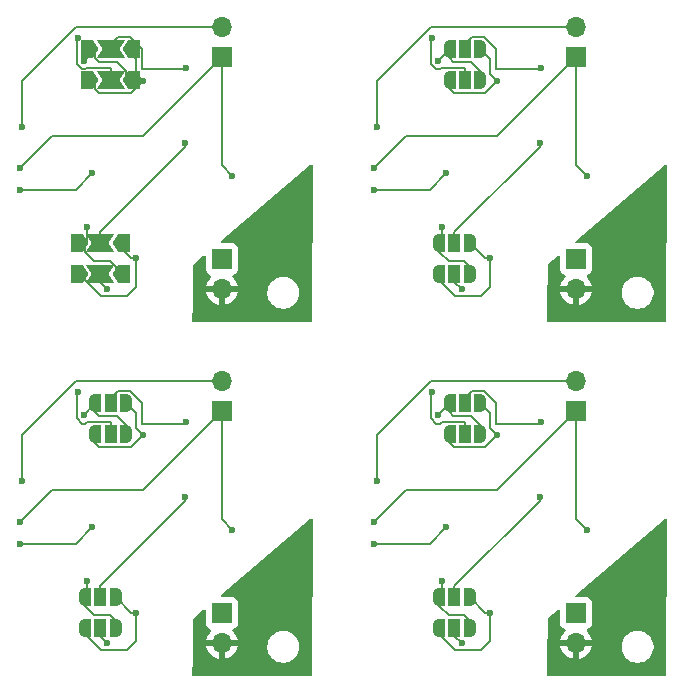
<source format=gbl>
G04 #@! TF.GenerationSoftware,KiCad,Pcbnew,8.0.1*
G04 #@! TF.CreationDate,2024-03-24T21:19:35-05:00*
G04 #@! TF.ProjectId,minimidi_v1,6d696e69-6d69-4646-995f-76312e6b6963,rev?*
G04 #@! TF.SameCoordinates,Original*
G04 #@! TF.FileFunction,Copper,L2,Bot*
G04 #@! TF.FilePolarity,Positive*
%FSLAX46Y46*%
G04 Gerber Fmt 4.6, Leading zero omitted, Abs format (unit mm)*
G04 Created by KiCad (PCBNEW 8.0.1) date 2024-03-24 21:19:35*
%MOMM*%
%LPD*%
G01*
G04 APERTURE LIST*
G04 Aperture macros list*
%AMFreePoly0*
4,1,6,1.000000,0.000000,0.500000,-0.750000,-0.500000,-0.750000,-0.500000,0.750000,0.500000,0.750000,1.000000,0.000000,1.000000,0.000000,$1*%
%AMFreePoly1*
4,1,7,0.700000,0.000000,1.200000,-0.750000,-1.200000,-0.750000,-0.700000,0.000000,-1.200000,0.750000,1.200000,0.750000,0.700000,0.000000,0.700000,0.000000,$1*%
%AMFreePoly2*
4,1,19,0.550000,-0.750000,0.000000,-0.750000,0.000000,-0.744911,-0.071157,-0.744911,-0.207708,-0.704816,-0.327430,-0.627875,-0.420627,-0.520320,-0.479746,-0.390866,-0.500000,-0.250000,-0.500000,0.250000,-0.479746,0.390866,-0.420627,0.520320,-0.327430,0.627875,-0.207708,0.704816,-0.071157,0.744911,0.000000,0.744911,0.000000,0.750000,0.550000,0.750000,0.550000,-0.750000,0.550000,-0.750000,
$1*%
%AMFreePoly3*
4,1,19,0.000000,0.744911,0.071157,0.744911,0.207708,0.704816,0.327430,0.627875,0.420627,0.520320,0.479746,0.390866,0.500000,0.250000,0.500000,-0.250000,0.479746,-0.390866,0.420627,-0.520320,0.327430,-0.627875,0.207708,-0.704816,0.071157,-0.744911,0.000000,-0.744911,0.000000,-0.750000,-0.550000,-0.750000,-0.550000,0.750000,0.000000,0.750000,0.000000,0.744911,0.000000,0.744911,
$1*%
G04 Aperture macros list end*
G04 #@! TA.AperFunction,SMDPad,CuDef*
%ADD10FreePoly0,180.000000*%
G04 #@! TD*
G04 #@! TA.AperFunction,SMDPad,CuDef*
%ADD11FreePoly1,180.000000*%
G04 #@! TD*
G04 #@! TA.AperFunction,SMDPad,CuDef*
%ADD12FreePoly0,0.000000*%
G04 #@! TD*
G04 #@! TA.AperFunction,SMDPad,CuDef*
%ADD13FreePoly2,180.000000*%
G04 #@! TD*
G04 #@! TA.AperFunction,SMDPad,CuDef*
%ADD14R,1.000000X1.500000*%
G04 #@! TD*
G04 #@! TA.AperFunction,SMDPad,CuDef*
%ADD15FreePoly3,180.000000*%
G04 #@! TD*
G04 #@! TA.AperFunction,ComponentPad*
%ADD16R,1.700000X1.700000*%
G04 #@! TD*
G04 #@! TA.AperFunction,ComponentPad*
%ADD17O,1.700000X1.700000*%
G04 #@! TD*
G04 #@! TA.AperFunction,ViaPad*
%ADD18C,0.600000*%
G04 #@! TD*
G04 #@! TA.AperFunction,Conductor*
%ADD19C,0.200000*%
G04 #@! TD*
G04 APERTURE END LIST*
D10*
X132900000Y-84900000D03*
D11*
X130900000Y-84900000D03*
D12*
X128900000Y-84900000D03*
D10*
X132900000Y-87500000D03*
D11*
X130900000Y-87500000D03*
D12*
X128900000Y-87500000D03*
D10*
X132000000Y-101300000D03*
D11*
X130000000Y-101300000D03*
D12*
X128000000Y-101300000D03*
D10*
X132000000Y-103900000D03*
D11*
X130000000Y-103900000D03*
D12*
X128000000Y-103900000D03*
D13*
X132200000Y-117475000D03*
D14*
X130900000Y-117475000D03*
D15*
X129600000Y-117475000D03*
D13*
X162200000Y-117475000D03*
D14*
X160900000Y-117475000D03*
D15*
X159600000Y-117475000D03*
D13*
X132200000Y-114875000D03*
D14*
X130900000Y-114875000D03*
D15*
X129600000Y-114875000D03*
D16*
X140300000Y-132635000D03*
D17*
X140300000Y-135175000D03*
D13*
X131300000Y-133875000D03*
D14*
X130000000Y-133875000D03*
D15*
X128700000Y-133875000D03*
D13*
X161300000Y-133875000D03*
D14*
X160000000Y-133875000D03*
D15*
X158700000Y-133875000D03*
D16*
X170300000Y-115475000D03*
D17*
X170300000Y-112935000D03*
D13*
X161300000Y-131275000D03*
D14*
X160000000Y-131275000D03*
D15*
X158700000Y-131275000D03*
D16*
X170300000Y-132635000D03*
D17*
X170300000Y-135175000D03*
D13*
X162200000Y-114875000D03*
D14*
X160900000Y-114875000D03*
D15*
X159600000Y-114875000D03*
D13*
X131300000Y-131275000D03*
D14*
X130000000Y-131275000D03*
D15*
X128700000Y-131275000D03*
D16*
X140300000Y-115475000D03*
D17*
X140300000Y-112935000D03*
D13*
X162200000Y-87500000D03*
D14*
X160900000Y-87500000D03*
D15*
X159600000Y-87500000D03*
D13*
X162200000Y-84900000D03*
D14*
X160900000Y-84900000D03*
D15*
X159600000Y-84900000D03*
D16*
X170300000Y-102660000D03*
D17*
X170300000Y-105200000D03*
D13*
X161300000Y-103900000D03*
D14*
X160000000Y-103900000D03*
D15*
X158700000Y-103900000D03*
D13*
X161300000Y-101300000D03*
D14*
X160000000Y-101300000D03*
D15*
X158700000Y-101300000D03*
D16*
X170300000Y-85500000D03*
D17*
X170300000Y-82960000D03*
D16*
X140300000Y-85500000D03*
D17*
X140300000Y-82960000D03*
D16*
X140300000Y-102660000D03*
D17*
X140300000Y-105200000D03*
D18*
X130600000Y-135175000D03*
X129300000Y-125375000D03*
X141200000Y-125575000D03*
X137200000Y-122775000D03*
X153200000Y-126750000D03*
X153200000Y-124875000D03*
X167200000Y-122775000D03*
X158600000Y-115875000D03*
X137300000Y-116475000D03*
X133000000Y-132575000D03*
X158900000Y-129875000D03*
X159300000Y-125375000D03*
X133600000Y-117575000D03*
X123200000Y-124875000D03*
X160600000Y-135175000D03*
X158100000Y-113875000D03*
X167300000Y-116475000D03*
X163000000Y-132575000D03*
X163600000Y-117575000D03*
X123400000Y-121475000D03*
X123200000Y-126750000D03*
X128100000Y-113875000D03*
X171200000Y-125575000D03*
X128900000Y-129875000D03*
X153400000Y-121475000D03*
X128600000Y-115875000D03*
X160600000Y-105200000D03*
X159300000Y-95400000D03*
X171200000Y-95600000D03*
X167200000Y-92800000D03*
X167300000Y-86500000D03*
X163000000Y-102600000D03*
X163600000Y-87600000D03*
X153200000Y-94900000D03*
X153400000Y-91500000D03*
X153200000Y-96775000D03*
X158100000Y-83900000D03*
X158900000Y-99900000D03*
X158600000Y-85900000D03*
X141200000Y-95600000D03*
X123200000Y-94900000D03*
X137200000Y-92800000D03*
X128900000Y-99900000D03*
X128100000Y-83900000D03*
X137300000Y-86500000D03*
X128600000Y-85900000D03*
X133600000Y-87600000D03*
X129300000Y-95400000D03*
X123200000Y-96775000D03*
X130600000Y-105200000D03*
X133000000Y-102600000D03*
X123400000Y-91500000D03*
D19*
X140300000Y-124675000D02*
X140300000Y-115475000D01*
X141200000Y-125575000D02*
X140300000Y-124675000D01*
X161405000Y-115925000D02*
X159895000Y-115925000D01*
X158700000Y-132030000D02*
X159495000Y-132825000D01*
X137200000Y-116575000D02*
X137300000Y-116475000D01*
X159600000Y-115630000D02*
X159600000Y-114875000D01*
X137200000Y-123125000D02*
X137200000Y-122775000D01*
X162200000Y-116720000D02*
X161405000Y-115925000D01*
X133000000Y-116975000D02*
X133000000Y-115675000D01*
X130795000Y-116420000D02*
X128903529Y-116420000D01*
X130900000Y-114875000D02*
X130900000Y-114443664D01*
X130900000Y-116525000D02*
X130795000Y-116420000D01*
X130050000Y-135775000D02*
X132248529Y-135775000D01*
X159495000Y-132825000D02*
X160800000Y-132825000D01*
X163600000Y-117575000D02*
X163000000Y-116975000D01*
X159600000Y-118230000D02*
X159930521Y-118560521D01*
X158700000Y-134425000D02*
X160050000Y-135775000D01*
X158903529Y-116420000D02*
X158748529Y-116575000D01*
X133000000Y-135023529D02*
X133000000Y-132575000D01*
X133550000Y-116575000D02*
X137200000Y-116575000D01*
X161300000Y-133325000D02*
X161300000Y-133875000D01*
X129600000Y-118230000D02*
X129930521Y-118560521D01*
X129600000Y-117475000D02*
X129600000Y-118230000D01*
X130900000Y-114443664D02*
X131523664Y-113820000D01*
X163600000Y-122175000D02*
X170300000Y-115475000D01*
X160000000Y-134575000D02*
X160000000Y-133875000D01*
X131523664Y-113820000D02*
X132538877Y-113820000D01*
X160900000Y-117475000D02*
X160900000Y-116525000D01*
X130600000Y-135175000D02*
X130000000Y-134575000D01*
X160600000Y-135175000D02*
X160000000Y-134575000D01*
X158600000Y-115875000D02*
X159600000Y-114875000D01*
X123200000Y-126750000D02*
X127925000Y-126750000D01*
X160795000Y-116420000D02*
X158903529Y-116420000D01*
X158700000Y-133875000D02*
X158700000Y-134425000D01*
X157991471Y-112935000D02*
X170300000Y-112935000D01*
X125900000Y-122175000D02*
X133600000Y-122175000D01*
X133600000Y-122175000D02*
X140300000Y-115475000D01*
X132200000Y-116720000D02*
X131405000Y-115925000D01*
X129895000Y-115925000D02*
X129600000Y-115630000D01*
X131405000Y-115925000D02*
X129895000Y-115925000D01*
X132200000Y-117475000D02*
X132200000Y-116720000D01*
X128700000Y-131275000D02*
X128700000Y-132030000D01*
X163000000Y-116975000D02*
X163000000Y-115675000D01*
X163000000Y-135023529D02*
X163000000Y-132575000D01*
X162538877Y-113820000D02*
X163550000Y-114831123D01*
X123200000Y-124875000D02*
X125900000Y-122175000D01*
X157925000Y-126750000D02*
X159300000Y-125375000D01*
X160000000Y-130325000D02*
X167200000Y-123125000D01*
X153200000Y-124875000D02*
X155900000Y-122175000D01*
X132614479Y-118560521D02*
X133600000Y-117575000D01*
X129930521Y-118560521D02*
X132614479Y-118560521D01*
X160900000Y-116525000D02*
X160795000Y-116420000D01*
X161523664Y-113820000D02*
X162538877Y-113820000D01*
X163000000Y-115675000D02*
X162200000Y-114875000D01*
X153400000Y-117526471D02*
X157991471Y-112935000D01*
X162200000Y-117475000D02*
X162200000Y-116720000D01*
X159600000Y-117475000D02*
X159600000Y-118230000D01*
X160050000Y-135775000D02*
X162248529Y-135775000D01*
X158700000Y-131275000D02*
X158700000Y-132030000D01*
X128600000Y-115875000D02*
X129600000Y-114875000D01*
X163550000Y-114831123D02*
X163550000Y-116575000D01*
X163550000Y-116575000D02*
X167200000Y-116575000D01*
X158451471Y-116575000D02*
X158000000Y-116123529D01*
X128700000Y-134425000D02*
X130050000Y-135775000D01*
X158748529Y-116575000D02*
X158451471Y-116575000D01*
X155900000Y-122175000D02*
X163600000Y-122175000D01*
X128903529Y-116420000D02*
X128748529Y-116575000D01*
X130000000Y-131275000D02*
X130000000Y-130325000D01*
X130000000Y-130325000D02*
X137200000Y-123125000D01*
X130000000Y-134575000D02*
X130000000Y-133875000D01*
X159895000Y-115925000D02*
X159600000Y-115630000D01*
X160000000Y-131275000D02*
X160000000Y-130325000D01*
X162248529Y-135775000D02*
X163000000Y-135023529D01*
X123400000Y-117526471D02*
X127991471Y-112935000D01*
X160900000Y-114443664D02*
X161523664Y-113820000D01*
X170300000Y-124675000D02*
X170300000Y-115475000D01*
X167200000Y-123125000D02*
X167200000Y-122775000D01*
X133550000Y-114831123D02*
X133550000Y-116575000D01*
X132248529Y-135775000D02*
X133000000Y-135023529D01*
X162614479Y-118560521D02*
X163600000Y-117575000D01*
X161300000Y-131275000D02*
X162600000Y-132575000D01*
X129600000Y-115630000D02*
X129600000Y-114875000D01*
X133000000Y-115675000D02*
X132200000Y-114875000D01*
X133600000Y-117575000D02*
X133000000Y-116975000D01*
X132538877Y-113820000D02*
X133550000Y-114831123D01*
X158900000Y-131075000D02*
X158700000Y-131275000D01*
X128900000Y-131075000D02*
X128700000Y-131275000D01*
X153400000Y-121475000D02*
X153400000Y-117526471D01*
X127991471Y-112935000D02*
X140300000Y-112935000D01*
X128900000Y-129875000D02*
X128900000Y-131075000D01*
X130900000Y-117475000D02*
X130900000Y-116525000D01*
X128000000Y-116123529D02*
X128000000Y-113975000D01*
X128451471Y-116575000D02*
X128000000Y-116123529D01*
X132600000Y-132575000D02*
X133000000Y-132575000D01*
X131300000Y-131275000D02*
X132600000Y-132575000D01*
X128000000Y-113975000D02*
X128100000Y-113875000D01*
X128748529Y-116575000D02*
X128451471Y-116575000D01*
X160800000Y-132825000D02*
X161300000Y-133325000D01*
X158000000Y-113975000D02*
X158100000Y-113875000D01*
X159930521Y-118560521D02*
X162614479Y-118560521D01*
X160900000Y-114875000D02*
X160900000Y-114443664D01*
X130800000Y-132825000D02*
X131300000Y-133325000D01*
X131300000Y-133325000D02*
X131300000Y-133875000D01*
X167200000Y-116575000D02*
X167300000Y-116475000D01*
X158900000Y-129875000D02*
X158900000Y-131075000D01*
X158000000Y-116123529D02*
X158000000Y-113975000D01*
X128700000Y-133875000D02*
X128700000Y-134425000D01*
X171200000Y-125575000D02*
X170300000Y-124675000D01*
X123400000Y-121475000D02*
X123400000Y-117526471D01*
X127925000Y-126750000D02*
X129300000Y-125375000D01*
X162600000Y-132575000D02*
X163000000Y-132575000D01*
X129495000Y-132825000D02*
X130800000Y-132825000D01*
X128700000Y-132030000D02*
X129495000Y-132825000D01*
X153200000Y-126750000D02*
X157925000Y-126750000D01*
X170300000Y-94700000D02*
X170300000Y-85500000D01*
X171200000Y-95600000D02*
X170300000Y-94700000D01*
X167200000Y-86600000D02*
X167300000Y-86500000D01*
X167200000Y-93150000D02*
X167200000Y-92800000D01*
X163000000Y-87000000D02*
X163000000Y-85700000D01*
X160795000Y-86445000D02*
X158903529Y-86445000D01*
X160900000Y-84900000D02*
X160900000Y-84468664D01*
X160900000Y-86550000D02*
X160795000Y-86445000D01*
X160050000Y-105800000D02*
X162248529Y-105800000D01*
X163000000Y-105048529D02*
X163000000Y-102600000D01*
X163550000Y-86600000D02*
X167200000Y-86600000D01*
X159600000Y-88255000D02*
X159930521Y-88585521D01*
X159600000Y-87500000D02*
X159600000Y-88255000D01*
X160900000Y-84468664D02*
X161523664Y-83845000D01*
X161523664Y-83845000D02*
X162538877Y-83845000D01*
X160600000Y-105200000D02*
X160000000Y-104600000D01*
X153200000Y-96775000D02*
X157925000Y-96775000D01*
X155900000Y-92200000D02*
X163600000Y-92200000D01*
X163600000Y-92200000D02*
X170300000Y-85500000D01*
X162200000Y-86745000D02*
X161405000Y-85950000D01*
X159895000Y-85950000D02*
X159600000Y-85655000D01*
X161405000Y-85950000D02*
X159895000Y-85950000D01*
X162200000Y-87500000D02*
X162200000Y-86745000D01*
X158700000Y-101300000D02*
X158700000Y-102055000D01*
X153200000Y-94900000D02*
X155900000Y-92200000D01*
X162614479Y-88585521D02*
X163600000Y-87600000D01*
X159930521Y-88585521D02*
X162614479Y-88585521D01*
X158600000Y-85900000D02*
X159600000Y-84900000D01*
X158700000Y-104450000D02*
X160050000Y-105800000D01*
X158903529Y-86445000D02*
X158748529Y-86600000D01*
X160000000Y-101300000D02*
X160000000Y-100350000D01*
X160000000Y-100350000D02*
X167200000Y-93150000D01*
X160000000Y-104600000D02*
X160000000Y-103900000D01*
X153400000Y-87551471D02*
X157991471Y-82960000D01*
X163550000Y-84856123D02*
X163550000Y-86600000D01*
X162248529Y-105800000D02*
X163000000Y-105048529D01*
X159600000Y-85655000D02*
X159600000Y-84900000D01*
X163000000Y-85700000D02*
X162200000Y-84900000D01*
X163600000Y-87600000D02*
X163000000Y-87000000D01*
X162538877Y-83845000D02*
X163550000Y-84856123D01*
X158900000Y-101100000D02*
X158700000Y-101300000D01*
X157991471Y-82960000D02*
X170300000Y-82960000D01*
X158900000Y-99900000D02*
X158900000Y-101100000D01*
X160900000Y-87500000D02*
X160900000Y-86550000D01*
X158000000Y-86148529D02*
X158000000Y-84000000D01*
X158451471Y-86600000D02*
X158000000Y-86148529D01*
X162600000Y-102600000D02*
X163000000Y-102600000D01*
X161300000Y-101300000D02*
X162600000Y-102600000D01*
X158000000Y-84000000D02*
X158100000Y-83900000D01*
X158748529Y-86600000D02*
X158451471Y-86600000D01*
X160800000Y-102850000D02*
X161300000Y-103350000D01*
X161300000Y-103350000D02*
X161300000Y-103900000D01*
X158700000Y-103900000D02*
X158700000Y-104450000D01*
X153400000Y-91500000D02*
X153400000Y-87551471D01*
X157925000Y-96775000D02*
X159300000Y-95400000D01*
X159495000Y-102850000D02*
X160800000Y-102850000D01*
X158700000Y-102055000D02*
X159495000Y-102850000D01*
X141200000Y-95600000D02*
X140300000Y-94700000D01*
X140300000Y-94700000D02*
X140300000Y-85500000D01*
X123200000Y-94900000D02*
X125900000Y-92200000D01*
X125900000Y-92200000D02*
X133600000Y-92200000D01*
X133600000Y-92200000D02*
X140300000Y-85500000D01*
X137200000Y-93150000D02*
X137200000Y-92800000D01*
X130000000Y-100350000D02*
X137200000Y-93150000D01*
X130000000Y-101300000D02*
X130000000Y-100350000D01*
X123200000Y-96775000D02*
X127925000Y-96775000D01*
X127925000Y-96775000D02*
X129300000Y-95400000D01*
X130900000Y-84900000D02*
X130900000Y-84468664D01*
X137200000Y-86600000D02*
X137300000Y-86500000D01*
X130900000Y-84468664D02*
X131523664Y-83845000D01*
X131523664Y-83845000D02*
X132538877Y-83845000D01*
X132538877Y-83845000D02*
X133550000Y-84856123D01*
X133550000Y-84856123D02*
X133550000Y-86600000D01*
X133550000Y-86600000D02*
X137200000Y-86600000D01*
X128900000Y-99900000D02*
X128900000Y-101100000D01*
X128900000Y-101100000D02*
X128700000Y-101300000D01*
X129600000Y-87500000D02*
X129600000Y-88255000D01*
X129600000Y-88255000D02*
X129930521Y-88585521D01*
X129930521Y-88585521D02*
X132614479Y-88585521D01*
X132614479Y-88585521D02*
X133600000Y-87600000D01*
X128000000Y-84000000D02*
X128100000Y-83900000D01*
X128748529Y-86600000D02*
X128451471Y-86600000D01*
X128903529Y-86445000D02*
X128748529Y-86600000D01*
X130795000Y-86445000D02*
X128903529Y-86445000D01*
X128451471Y-86600000D02*
X128000000Y-86148529D01*
X130900000Y-86550000D02*
X130795000Y-86445000D01*
X128000000Y-86148529D02*
X128000000Y-84000000D01*
X130900000Y-87500000D02*
X130900000Y-86550000D01*
X132200000Y-87500000D02*
X132200000Y-86745000D01*
X131405000Y-85950000D02*
X129895000Y-85950000D01*
X132200000Y-86745000D02*
X131405000Y-85950000D01*
X129895000Y-85950000D02*
X129600000Y-85655000D01*
X129600000Y-85655000D02*
X129600000Y-84900000D01*
X128600000Y-85900000D02*
X129600000Y-84900000D01*
X133000000Y-87000000D02*
X133000000Y-85700000D01*
X133600000Y-87600000D02*
X133000000Y-87000000D01*
X133000000Y-85700000D02*
X132200000Y-84900000D01*
X130000000Y-104600000D02*
X130000000Y-103900000D01*
X130600000Y-105200000D02*
X130000000Y-104600000D01*
X131300000Y-101300000D02*
X132600000Y-102600000D01*
X132600000Y-102600000D02*
X133000000Y-102600000D01*
X128700000Y-101300000D02*
X128700000Y-102055000D01*
X128700000Y-102055000D02*
X129495000Y-102850000D01*
X129495000Y-102850000D02*
X130800000Y-102850000D01*
X131300000Y-103350000D02*
X131300000Y-103900000D01*
X130800000Y-102850000D02*
X131300000Y-103350000D01*
X133000000Y-105048529D02*
X133000000Y-102600000D01*
X132248529Y-105800000D02*
X133000000Y-105048529D01*
X130050000Y-105800000D02*
X132248529Y-105800000D01*
X128700000Y-104450000D02*
X130050000Y-105800000D01*
X128700000Y-103900000D02*
X128700000Y-104450000D01*
X123400000Y-87551471D02*
X127991471Y-82960000D01*
X123400000Y-91500000D02*
X123400000Y-87551471D01*
X127991471Y-82960000D02*
X140300000Y-82960000D01*
G04 #@! TA.AperFunction,Conductor*
G36*
X147926479Y-94657808D02*
G01*
X147978886Y-94704018D01*
X147997992Y-94771071D01*
X147900938Y-107873470D01*
X147900912Y-107876918D01*
X147880731Y-107943810D01*
X147827590Y-107989173D01*
X147776915Y-108000000D01*
X137926556Y-108000000D01*
X137859517Y-107980315D01*
X137813762Y-107927511D01*
X137802582Y-107873470D01*
X137829987Y-106530633D01*
X137898862Y-103155736D01*
X137919910Y-103089114D01*
X137942442Y-103063860D01*
X138745113Y-102380398D01*
X138808914Y-102351925D01*
X138877984Y-102362466D01*
X138930391Y-102408676D01*
X138949500Y-102474811D01*
X138949500Y-103557870D01*
X138949501Y-103557876D01*
X138955908Y-103617483D01*
X139006202Y-103752328D01*
X139006206Y-103752335D01*
X139092452Y-103867544D01*
X139092455Y-103867547D01*
X139207664Y-103953793D01*
X139207671Y-103953797D01*
X139207674Y-103953798D01*
X139339598Y-104003002D01*
X139395531Y-104044873D01*
X139419949Y-104110337D01*
X139405098Y-104178610D01*
X139383947Y-104206865D01*
X139261886Y-104328926D01*
X139126400Y-104522420D01*
X139126399Y-104522422D01*
X139026570Y-104736507D01*
X139026567Y-104736513D01*
X138969364Y-104949999D01*
X138969364Y-104950000D01*
X139866988Y-104950000D01*
X139834075Y-105007007D01*
X139800000Y-105134174D01*
X139800000Y-105265826D01*
X139834075Y-105392993D01*
X139866988Y-105450000D01*
X138969364Y-105450000D01*
X139026567Y-105663486D01*
X139026570Y-105663492D01*
X139126399Y-105877578D01*
X139261894Y-106071082D01*
X139428917Y-106238105D01*
X139622421Y-106373600D01*
X139836507Y-106473429D01*
X139836516Y-106473433D01*
X140050000Y-106530634D01*
X140050000Y-105633012D01*
X140107007Y-105665925D01*
X140234174Y-105700000D01*
X140365826Y-105700000D01*
X140492993Y-105665925D01*
X140550000Y-105633012D01*
X140550000Y-106530633D01*
X140763483Y-106473433D01*
X140763492Y-106473429D01*
X140977578Y-106373600D01*
X141171082Y-106238105D01*
X141338105Y-106071082D01*
X141473600Y-105877578D01*
X141573429Y-105663492D01*
X141573432Y-105663486D01*
X141588759Y-105606287D01*
X144149500Y-105606287D01*
X144158560Y-105663492D01*
X144182753Y-105816239D01*
X144248444Y-106018414D01*
X144344951Y-106207820D01*
X144469890Y-106379786D01*
X144620213Y-106530109D01*
X144792179Y-106655048D01*
X144792181Y-106655049D01*
X144792184Y-106655051D01*
X144981588Y-106751557D01*
X145183757Y-106817246D01*
X145393713Y-106850500D01*
X145393714Y-106850500D01*
X145606286Y-106850500D01*
X145606287Y-106850500D01*
X145816243Y-106817246D01*
X146018412Y-106751557D01*
X146207816Y-106655051D01*
X146379063Y-106530634D01*
X146379786Y-106530109D01*
X146379788Y-106530106D01*
X146379792Y-106530104D01*
X146530104Y-106379792D01*
X146530106Y-106379788D01*
X146530109Y-106379786D01*
X146655048Y-106207820D01*
X146655047Y-106207820D01*
X146655051Y-106207816D01*
X146751557Y-106018412D01*
X146817246Y-105816243D01*
X146850500Y-105606287D01*
X146850500Y-105393713D01*
X146817246Y-105183757D01*
X146751557Y-104981588D01*
X146655051Y-104792184D01*
X146655049Y-104792181D01*
X146655048Y-104792179D01*
X146530109Y-104620213D01*
X146379786Y-104469890D01*
X146207820Y-104344951D01*
X146018414Y-104248444D01*
X146018413Y-104248443D01*
X146018412Y-104248443D01*
X145816243Y-104182754D01*
X145816241Y-104182753D01*
X145816240Y-104182753D01*
X145654957Y-104157208D01*
X145606287Y-104149500D01*
X145393713Y-104149500D01*
X145345042Y-104157208D01*
X145183760Y-104182753D01*
X144981585Y-104248444D01*
X144792179Y-104344951D01*
X144620213Y-104469890D01*
X144469890Y-104620213D01*
X144344951Y-104792179D01*
X144248444Y-104981585D01*
X144182753Y-105183760D01*
X144169755Y-105265826D01*
X144149500Y-105393713D01*
X144149500Y-105606287D01*
X141588759Y-105606287D01*
X141630636Y-105450000D01*
X140733012Y-105450000D01*
X140765925Y-105392993D01*
X140800000Y-105265826D01*
X140800000Y-105134174D01*
X140765925Y-105007007D01*
X140733012Y-104950000D01*
X141630636Y-104950000D01*
X141630635Y-104949999D01*
X141573432Y-104736513D01*
X141573429Y-104736507D01*
X141473600Y-104522422D01*
X141473599Y-104522420D01*
X141338113Y-104328926D01*
X141338108Y-104328920D01*
X141216053Y-104206865D01*
X141182568Y-104145542D01*
X141187552Y-104075850D01*
X141229424Y-104019917D01*
X141260400Y-104003002D01*
X141392331Y-103953796D01*
X141507546Y-103867546D01*
X141593796Y-103752331D01*
X141644091Y-103617483D01*
X141650500Y-103557873D01*
X141650499Y-101762128D01*
X141644091Y-101702517D01*
X141593796Y-101567669D01*
X141593795Y-101567668D01*
X141593793Y-101567664D01*
X141507547Y-101452455D01*
X141507544Y-101452452D01*
X141392335Y-101366206D01*
X141392328Y-101366202D01*
X141257482Y-101315908D01*
X141257483Y-101315908D01*
X141197883Y-101309501D01*
X141197881Y-101309500D01*
X141197873Y-101309500D01*
X141197865Y-101309500D01*
X140339691Y-101309500D01*
X140272652Y-101289815D01*
X140226897Y-101237011D01*
X140216953Y-101167853D01*
X140245978Y-101104297D01*
X140259292Y-101091097D01*
X147793605Y-94675741D01*
X147857409Y-94647267D01*
X147926479Y-94657808D01*
G37*
G04 #@! TD.AperFunction*
G04 #@! TA.AperFunction,Conductor*
G36*
X177926479Y-94657808D02*
G01*
X177978886Y-94704018D01*
X177997992Y-94771071D01*
X177900938Y-107873470D01*
X177900912Y-107876918D01*
X177880731Y-107943810D01*
X177827590Y-107989173D01*
X177776915Y-108000000D01*
X167926556Y-108000000D01*
X167859517Y-107980315D01*
X167813762Y-107927511D01*
X167802582Y-107873470D01*
X167829987Y-106530633D01*
X167898862Y-103155736D01*
X167919910Y-103089114D01*
X167942442Y-103063860D01*
X168745113Y-102380398D01*
X168808914Y-102351925D01*
X168877984Y-102362466D01*
X168930391Y-102408676D01*
X168949500Y-102474811D01*
X168949500Y-103557870D01*
X168949501Y-103557876D01*
X168955908Y-103617483D01*
X169006202Y-103752328D01*
X169006206Y-103752335D01*
X169092452Y-103867544D01*
X169092455Y-103867547D01*
X169207664Y-103953793D01*
X169207671Y-103953797D01*
X169207674Y-103953798D01*
X169339598Y-104003002D01*
X169395531Y-104044873D01*
X169419949Y-104110337D01*
X169405098Y-104178610D01*
X169383947Y-104206865D01*
X169261886Y-104328926D01*
X169126400Y-104522420D01*
X169126399Y-104522422D01*
X169026570Y-104736507D01*
X169026567Y-104736513D01*
X168969364Y-104949999D01*
X168969364Y-104950000D01*
X169866988Y-104950000D01*
X169834075Y-105007007D01*
X169800000Y-105134174D01*
X169800000Y-105265826D01*
X169834075Y-105392993D01*
X169866988Y-105450000D01*
X168969364Y-105450000D01*
X169026567Y-105663486D01*
X169026570Y-105663492D01*
X169126399Y-105877578D01*
X169261894Y-106071082D01*
X169428917Y-106238105D01*
X169622421Y-106373600D01*
X169836507Y-106473429D01*
X169836516Y-106473433D01*
X170050000Y-106530634D01*
X170050000Y-105633012D01*
X170107007Y-105665925D01*
X170234174Y-105700000D01*
X170365826Y-105700000D01*
X170492993Y-105665925D01*
X170550000Y-105633012D01*
X170550000Y-106530633D01*
X170763483Y-106473433D01*
X170763492Y-106473429D01*
X170977578Y-106373600D01*
X171171082Y-106238105D01*
X171338105Y-106071082D01*
X171473600Y-105877578D01*
X171573429Y-105663492D01*
X171573432Y-105663486D01*
X171588759Y-105606287D01*
X174149500Y-105606287D01*
X174158560Y-105663492D01*
X174182753Y-105816239D01*
X174248444Y-106018414D01*
X174344951Y-106207820D01*
X174469890Y-106379786D01*
X174620213Y-106530109D01*
X174792179Y-106655048D01*
X174792181Y-106655049D01*
X174792184Y-106655051D01*
X174981588Y-106751557D01*
X175183757Y-106817246D01*
X175393713Y-106850500D01*
X175393714Y-106850500D01*
X175606286Y-106850500D01*
X175606287Y-106850500D01*
X175816243Y-106817246D01*
X176018412Y-106751557D01*
X176207816Y-106655051D01*
X176379063Y-106530634D01*
X176379786Y-106530109D01*
X176379788Y-106530106D01*
X176379792Y-106530104D01*
X176530104Y-106379792D01*
X176530106Y-106379788D01*
X176530109Y-106379786D01*
X176655048Y-106207820D01*
X176655047Y-106207820D01*
X176655051Y-106207816D01*
X176751557Y-106018412D01*
X176817246Y-105816243D01*
X176850500Y-105606287D01*
X176850500Y-105393713D01*
X176817246Y-105183757D01*
X176751557Y-104981588D01*
X176655051Y-104792184D01*
X176655049Y-104792181D01*
X176655048Y-104792179D01*
X176530109Y-104620213D01*
X176379786Y-104469890D01*
X176207820Y-104344951D01*
X176018414Y-104248444D01*
X176018413Y-104248443D01*
X176018412Y-104248443D01*
X175816243Y-104182754D01*
X175816241Y-104182753D01*
X175816240Y-104182753D01*
X175654957Y-104157208D01*
X175606287Y-104149500D01*
X175393713Y-104149500D01*
X175345042Y-104157208D01*
X175183760Y-104182753D01*
X174981585Y-104248444D01*
X174792179Y-104344951D01*
X174620213Y-104469890D01*
X174469890Y-104620213D01*
X174344951Y-104792179D01*
X174248444Y-104981585D01*
X174182753Y-105183760D01*
X174169755Y-105265826D01*
X174149500Y-105393713D01*
X174149500Y-105606287D01*
X171588759Y-105606287D01*
X171630636Y-105450000D01*
X170733012Y-105450000D01*
X170765925Y-105392993D01*
X170800000Y-105265826D01*
X170800000Y-105134174D01*
X170765925Y-105007007D01*
X170733012Y-104950000D01*
X171630636Y-104950000D01*
X171630635Y-104949999D01*
X171573432Y-104736513D01*
X171573429Y-104736507D01*
X171473600Y-104522422D01*
X171473599Y-104522420D01*
X171338113Y-104328926D01*
X171338108Y-104328920D01*
X171216053Y-104206865D01*
X171182568Y-104145542D01*
X171187552Y-104075850D01*
X171229424Y-104019917D01*
X171260400Y-104003002D01*
X171392331Y-103953796D01*
X171507546Y-103867546D01*
X171593796Y-103752331D01*
X171644091Y-103617483D01*
X171650500Y-103557873D01*
X171650499Y-101762128D01*
X171644091Y-101702517D01*
X171593796Y-101567669D01*
X171593795Y-101567668D01*
X171593793Y-101567664D01*
X171507547Y-101452455D01*
X171507544Y-101452452D01*
X171392335Y-101366206D01*
X171392328Y-101366202D01*
X171257482Y-101315908D01*
X171257483Y-101315908D01*
X171197883Y-101309501D01*
X171197881Y-101309500D01*
X171197873Y-101309500D01*
X171197865Y-101309500D01*
X170339691Y-101309500D01*
X170272652Y-101289815D01*
X170226897Y-101237011D01*
X170216953Y-101167853D01*
X170245978Y-101104297D01*
X170259292Y-101091097D01*
X177793605Y-94675741D01*
X177857409Y-94647267D01*
X177926479Y-94657808D01*
G37*
G04 #@! TD.AperFunction*
G04 #@! TA.AperFunction,Conductor*
G36*
X177926479Y-124632808D02*
G01*
X177978886Y-124679018D01*
X177997992Y-124746071D01*
X177900938Y-137848470D01*
X177900912Y-137851918D01*
X177880731Y-137918810D01*
X177827590Y-137964173D01*
X177776915Y-137975000D01*
X167926556Y-137975000D01*
X167859517Y-137955315D01*
X167813762Y-137902511D01*
X167802582Y-137848470D01*
X167829987Y-136505633D01*
X167898862Y-133130736D01*
X167919910Y-133064114D01*
X167942442Y-133038860D01*
X168745113Y-132355398D01*
X168808914Y-132326925D01*
X168877984Y-132337466D01*
X168930391Y-132383676D01*
X168949500Y-132449811D01*
X168949500Y-133532870D01*
X168949501Y-133532876D01*
X168955908Y-133592483D01*
X169006202Y-133727328D01*
X169006206Y-133727335D01*
X169092452Y-133842544D01*
X169092455Y-133842547D01*
X169207664Y-133928793D01*
X169207671Y-133928797D01*
X169207674Y-133928798D01*
X169339598Y-133978002D01*
X169395531Y-134019873D01*
X169419949Y-134085337D01*
X169405098Y-134153610D01*
X169383947Y-134181865D01*
X169261886Y-134303926D01*
X169126400Y-134497420D01*
X169126399Y-134497422D01*
X169026570Y-134711507D01*
X169026567Y-134711513D01*
X168969364Y-134924999D01*
X168969364Y-134925000D01*
X169866988Y-134925000D01*
X169834075Y-134982007D01*
X169800000Y-135109174D01*
X169800000Y-135240826D01*
X169834075Y-135367993D01*
X169866988Y-135425000D01*
X168969364Y-135425000D01*
X169026567Y-135638486D01*
X169026570Y-135638492D01*
X169126399Y-135852578D01*
X169261894Y-136046082D01*
X169428917Y-136213105D01*
X169622421Y-136348600D01*
X169836507Y-136448429D01*
X169836516Y-136448433D01*
X170050000Y-136505634D01*
X170050000Y-135608012D01*
X170107007Y-135640925D01*
X170234174Y-135675000D01*
X170365826Y-135675000D01*
X170492993Y-135640925D01*
X170550000Y-135608012D01*
X170550000Y-136505633D01*
X170763483Y-136448433D01*
X170763492Y-136448429D01*
X170977578Y-136348600D01*
X171171082Y-136213105D01*
X171338105Y-136046082D01*
X171473600Y-135852578D01*
X171573429Y-135638492D01*
X171573432Y-135638486D01*
X171588759Y-135581287D01*
X174149500Y-135581287D01*
X174158560Y-135638492D01*
X174182753Y-135791239D01*
X174248444Y-135993414D01*
X174344951Y-136182820D01*
X174469890Y-136354786D01*
X174620213Y-136505109D01*
X174792179Y-136630048D01*
X174792181Y-136630049D01*
X174792184Y-136630051D01*
X174981588Y-136726557D01*
X175183757Y-136792246D01*
X175393713Y-136825500D01*
X175393714Y-136825500D01*
X175606286Y-136825500D01*
X175606287Y-136825500D01*
X175816243Y-136792246D01*
X176018412Y-136726557D01*
X176207816Y-136630051D01*
X176379063Y-136505634D01*
X176379786Y-136505109D01*
X176379788Y-136505106D01*
X176379792Y-136505104D01*
X176530104Y-136354792D01*
X176530106Y-136354788D01*
X176530109Y-136354786D01*
X176655048Y-136182820D01*
X176655047Y-136182820D01*
X176655051Y-136182816D01*
X176751557Y-135993412D01*
X176817246Y-135791243D01*
X176850500Y-135581287D01*
X176850500Y-135368713D01*
X176817246Y-135158757D01*
X176751557Y-134956588D01*
X176655051Y-134767184D01*
X176655049Y-134767181D01*
X176655048Y-134767179D01*
X176530109Y-134595213D01*
X176379786Y-134444890D01*
X176207820Y-134319951D01*
X176018414Y-134223444D01*
X176018413Y-134223443D01*
X176018412Y-134223443D01*
X175816243Y-134157754D01*
X175816241Y-134157753D01*
X175816240Y-134157753D01*
X175654957Y-134132208D01*
X175606287Y-134124500D01*
X175393713Y-134124500D01*
X175345042Y-134132208D01*
X175183760Y-134157753D01*
X174981585Y-134223444D01*
X174792179Y-134319951D01*
X174620213Y-134444890D01*
X174469890Y-134595213D01*
X174344951Y-134767179D01*
X174248444Y-134956585D01*
X174182753Y-135158760D01*
X174169755Y-135240826D01*
X174149500Y-135368713D01*
X174149500Y-135581287D01*
X171588759Y-135581287D01*
X171630636Y-135425000D01*
X170733012Y-135425000D01*
X170765925Y-135367993D01*
X170800000Y-135240826D01*
X170800000Y-135109174D01*
X170765925Y-134982007D01*
X170733012Y-134925000D01*
X171630636Y-134925000D01*
X171630635Y-134924999D01*
X171573432Y-134711513D01*
X171573429Y-134711507D01*
X171473600Y-134497422D01*
X171473599Y-134497420D01*
X171338113Y-134303926D01*
X171338108Y-134303920D01*
X171216053Y-134181865D01*
X171182568Y-134120542D01*
X171187552Y-134050850D01*
X171229424Y-133994917D01*
X171260400Y-133978002D01*
X171392331Y-133928796D01*
X171507546Y-133842546D01*
X171593796Y-133727331D01*
X171644091Y-133592483D01*
X171650500Y-133532873D01*
X171650499Y-131737128D01*
X171644091Y-131677517D01*
X171593796Y-131542669D01*
X171593795Y-131542668D01*
X171593793Y-131542664D01*
X171507547Y-131427455D01*
X171507544Y-131427452D01*
X171392335Y-131341206D01*
X171392328Y-131341202D01*
X171257482Y-131290908D01*
X171257483Y-131290908D01*
X171197883Y-131284501D01*
X171197881Y-131284500D01*
X171197873Y-131284500D01*
X171197865Y-131284500D01*
X170339691Y-131284500D01*
X170272652Y-131264815D01*
X170226897Y-131212011D01*
X170216953Y-131142853D01*
X170245978Y-131079297D01*
X170259292Y-131066097D01*
X177793605Y-124650741D01*
X177857409Y-124622267D01*
X177926479Y-124632808D01*
G37*
G04 #@! TD.AperFunction*
G04 #@! TA.AperFunction,Conductor*
G36*
X147926479Y-124632808D02*
G01*
X147978886Y-124679018D01*
X147997992Y-124746071D01*
X147900938Y-137848470D01*
X147900912Y-137851918D01*
X147880731Y-137918810D01*
X147827590Y-137964173D01*
X147776915Y-137975000D01*
X137926556Y-137975000D01*
X137859517Y-137955315D01*
X137813762Y-137902511D01*
X137802582Y-137848470D01*
X137829987Y-136505633D01*
X137898862Y-133130736D01*
X137919910Y-133064114D01*
X137942442Y-133038860D01*
X138745113Y-132355398D01*
X138808914Y-132326925D01*
X138877984Y-132337466D01*
X138930391Y-132383676D01*
X138949500Y-132449811D01*
X138949500Y-133532870D01*
X138949501Y-133532876D01*
X138955908Y-133592483D01*
X139006202Y-133727328D01*
X139006206Y-133727335D01*
X139092452Y-133842544D01*
X139092455Y-133842547D01*
X139207664Y-133928793D01*
X139207671Y-133928797D01*
X139207674Y-133928798D01*
X139339598Y-133978002D01*
X139395531Y-134019873D01*
X139419949Y-134085337D01*
X139405098Y-134153610D01*
X139383947Y-134181865D01*
X139261886Y-134303926D01*
X139126400Y-134497420D01*
X139126399Y-134497422D01*
X139026570Y-134711507D01*
X139026567Y-134711513D01*
X138969364Y-134924999D01*
X138969364Y-134925000D01*
X139866988Y-134925000D01*
X139834075Y-134982007D01*
X139800000Y-135109174D01*
X139800000Y-135240826D01*
X139834075Y-135367993D01*
X139866988Y-135425000D01*
X138969364Y-135425000D01*
X139026567Y-135638486D01*
X139026570Y-135638492D01*
X139126399Y-135852578D01*
X139261894Y-136046082D01*
X139428917Y-136213105D01*
X139622421Y-136348600D01*
X139836507Y-136448429D01*
X139836516Y-136448433D01*
X140050000Y-136505634D01*
X140050000Y-135608012D01*
X140107007Y-135640925D01*
X140234174Y-135675000D01*
X140365826Y-135675000D01*
X140492993Y-135640925D01*
X140550000Y-135608012D01*
X140550000Y-136505633D01*
X140763483Y-136448433D01*
X140763492Y-136448429D01*
X140977578Y-136348600D01*
X141171082Y-136213105D01*
X141338105Y-136046082D01*
X141473600Y-135852578D01*
X141573429Y-135638492D01*
X141573432Y-135638486D01*
X141588759Y-135581287D01*
X144149500Y-135581287D01*
X144158560Y-135638492D01*
X144182753Y-135791239D01*
X144248444Y-135993414D01*
X144344951Y-136182820D01*
X144469890Y-136354786D01*
X144620213Y-136505109D01*
X144792179Y-136630048D01*
X144792181Y-136630049D01*
X144792184Y-136630051D01*
X144981588Y-136726557D01*
X145183757Y-136792246D01*
X145393713Y-136825500D01*
X145393714Y-136825500D01*
X145606286Y-136825500D01*
X145606287Y-136825500D01*
X145816243Y-136792246D01*
X146018412Y-136726557D01*
X146207816Y-136630051D01*
X146379063Y-136505634D01*
X146379786Y-136505109D01*
X146379788Y-136505106D01*
X146379792Y-136505104D01*
X146530104Y-136354792D01*
X146530106Y-136354788D01*
X146530109Y-136354786D01*
X146655048Y-136182820D01*
X146655047Y-136182820D01*
X146655051Y-136182816D01*
X146751557Y-135993412D01*
X146817246Y-135791243D01*
X146850500Y-135581287D01*
X146850500Y-135368713D01*
X146817246Y-135158757D01*
X146751557Y-134956588D01*
X146655051Y-134767184D01*
X146655049Y-134767181D01*
X146655048Y-134767179D01*
X146530109Y-134595213D01*
X146379786Y-134444890D01*
X146207820Y-134319951D01*
X146018414Y-134223444D01*
X146018413Y-134223443D01*
X146018412Y-134223443D01*
X145816243Y-134157754D01*
X145816241Y-134157753D01*
X145816240Y-134157753D01*
X145654957Y-134132208D01*
X145606287Y-134124500D01*
X145393713Y-134124500D01*
X145345042Y-134132208D01*
X145183760Y-134157753D01*
X144981585Y-134223444D01*
X144792179Y-134319951D01*
X144620213Y-134444890D01*
X144469890Y-134595213D01*
X144344951Y-134767179D01*
X144248444Y-134956585D01*
X144182753Y-135158760D01*
X144169755Y-135240826D01*
X144149500Y-135368713D01*
X144149500Y-135581287D01*
X141588759Y-135581287D01*
X141630636Y-135425000D01*
X140733012Y-135425000D01*
X140765925Y-135367993D01*
X140800000Y-135240826D01*
X140800000Y-135109174D01*
X140765925Y-134982007D01*
X140733012Y-134925000D01*
X141630636Y-134925000D01*
X141630635Y-134924999D01*
X141573432Y-134711513D01*
X141573429Y-134711507D01*
X141473600Y-134497422D01*
X141473599Y-134497420D01*
X141338113Y-134303926D01*
X141338108Y-134303920D01*
X141216053Y-134181865D01*
X141182568Y-134120542D01*
X141187552Y-134050850D01*
X141229424Y-133994917D01*
X141260400Y-133978002D01*
X141392331Y-133928796D01*
X141507546Y-133842546D01*
X141593796Y-133727331D01*
X141644091Y-133592483D01*
X141650500Y-133532873D01*
X141650499Y-131737128D01*
X141644091Y-131677517D01*
X141593796Y-131542669D01*
X141593795Y-131542668D01*
X141593793Y-131542664D01*
X141507547Y-131427455D01*
X141507544Y-131427452D01*
X141392335Y-131341206D01*
X141392328Y-131341202D01*
X141257482Y-131290908D01*
X141257483Y-131290908D01*
X141197883Y-131284501D01*
X141197881Y-131284500D01*
X141197873Y-131284500D01*
X141197865Y-131284500D01*
X140339691Y-131284500D01*
X140272652Y-131264815D01*
X140226897Y-131212011D01*
X140216953Y-131142853D01*
X140245978Y-131079297D01*
X140259292Y-131066097D01*
X147793605Y-124650741D01*
X147857409Y-124622267D01*
X147926479Y-124632808D01*
G37*
G04 #@! TD.AperFunction*
M02*

</source>
